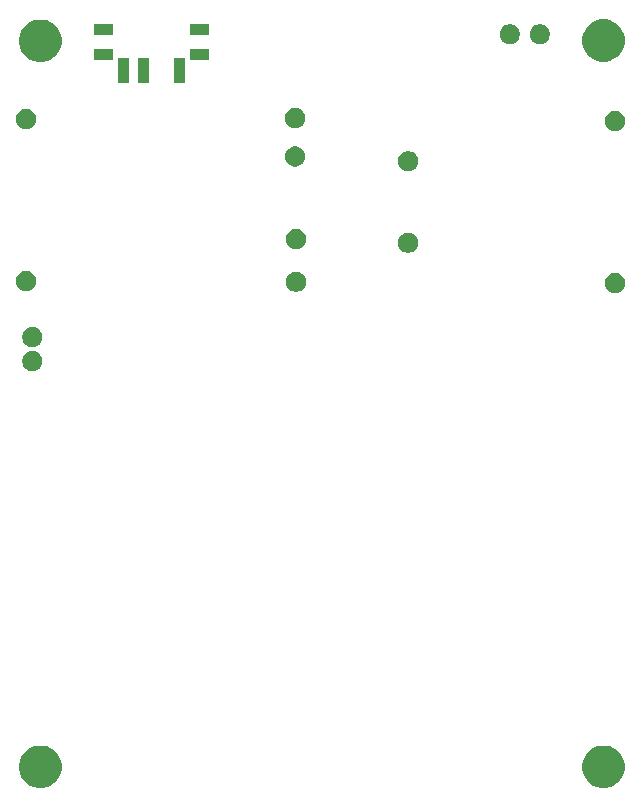
<source format=gbr>
G04 #@! TF.GenerationSoftware,KiCad,Pcbnew,5.0.2+dfsg1-1~bpo9+1*
G04 #@! TF.CreationDate,2019-07-11T09:36:16+01:00*
G04 #@! TF.ProjectId,arduboy_with_flashcart_port_smd_back,61726475-626f-4795-9f77-6974685f666c,rev?*
G04 #@! TF.SameCoordinates,Original*
G04 #@! TF.FileFunction,Soldermask,Top*
G04 #@! TF.FilePolarity,Negative*
%FSLAX46Y46*%
G04 Gerber Fmt 4.6, Leading zero omitted, Abs format (unit mm)*
G04 Created by KiCad (PCBNEW 5.0.2+dfsg1-1~bpo9+1) date Thu 11 Jul 2019 09:36:16 BST*
%MOMM*%
%LPD*%
G01*
G04 APERTURE LIST*
%ADD10C,0.100000*%
G04 APERTURE END LIST*
D10*
G36*
X97540631Y-121966211D02*
X97868392Y-122101974D01*
X98163373Y-122299074D01*
X98414226Y-122549927D01*
X98611326Y-122844908D01*
X98747089Y-123172669D01*
X98816300Y-123520616D01*
X98816300Y-123875384D01*
X98747089Y-124223331D01*
X98611326Y-124551092D01*
X98414226Y-124846073D01*
X98163373Y-125096926D01*
X97868392Y-125294026D01*
X97540631Y-125429789D01*
X97192684Y-125499000D01*
X96837916Y-125499000D01*
X96489969Y-125429789D01*
X96162208Y-125294026D01*
X95867227Y-125096926D01*
X95616374Y-124846073D01*
X95419274Y-124551092D01*
X95283511Y-124223331D01*
X95214300Y-123875384D01*
X95214300Y-123520616D01*
X95283511Y-123172669D01*
X95419274Y-122844908D01*
X95616374Y-122549927D01*
X95867227Y-122299074D01*
X96162208Y-122101974D01*
X96489969Y-121966211D01*
X96837916Y-121897000D01*
X97192684Y-121897000D01*
X97540631Y-121966211D01*
X97540631Y-121966211D01*
G37*
G36*
X49864831Y-121966211D02*
X50192592Y-122101974D01*
X50487573Y-122299074D01*
X50738426Y-122549927D01*
X50935526Y-122844908D01*
X51071289Y-123172669D01*
X51140500Y-123520616D01*
X51140500Y-123875384D01*
X51071289Y-124223331D01*
X50935526Y-124551092D01*
X50738426Y-124846073D01*
X50487573Y-125096926D01*
X50192592Y-125294026D01*
X49864831Y-125429789D01*
X49516884Y-125499000D01*
X49162116Y-125499000D01*
X48814169Y-125429789D01*
X48486408Y-125294026D01*
X48191427Y-125096926D01*
X47940574Y-124846073D01*
X47743474Y-124551092D01*
X47607711Y-124223331D01*
X47538500Y-123875384D01*
X47538500Y-123520616D01*
X47607711Y-123172669D01*
X47743474Y-122844908D01*
X47940574Y-122549927D01*
X48191427Y-122299074D01*
X48486408Y-122101974D01*
X48814169Y-121966211D01*
X49162116Y-121897000D01*
X49516884Y-121897000D01*
X49864831Y-121966211D01*
X49864831Y-121966211D01*
G37*
G36*
X48914628Y-88526203D02*
X49069500Y-88590353D01*
X49208881Y-88683485D01*
X49327415Y-88802019D01*
X49420547Y-88941400D01*
X49484697Y-89096272D01*
X49517400Y-89260684D01*
X49517400Y-89428316D01*
X49484697Y-89592728D01*
X49420547Y-89747600D01*
X49327415Y-89886981D01*
X49208881Y-90005515D01*
X49069500Y-90098647D01*
X48914628Y-90162797D01*
X48750216Y-90195500D01*
X48582584Y-90195500D01*
X48418172Y-90162797D01*
X48263300Y-90098647D01*
X48123919Y-90005515D01*
X48005385Y-89886981D01*
X47912253Y-89747600D01*
X47848103Y-89592728D01*
X47815400Y-89428316D01*
X47815400Y-89260684D01*
X47848103Y-89096272D01*
X47912253Y-88941400D01*
X48005385Y-88802019D01*
X48123919Y-88683485D01*
X48263300Y-88590353D01*
X48418172Y-88526203D01*
X48582584Y-88493500D01*
X48750216Y-88493500D01*
X48914628Y-88526203D01*
X48914628Y-88526203D01*
G37*
G36*
X48914628Y-86494203D02*
X49069500Y-86558353D01*
X49208881Y-86651485D01*
X49327415Y-86770019D01*
X49420547Y-86909400D01*
X49484697Y-87064272D01*
X49517400Y-87228684D01*
X49517400Y-87396316D01*
X49484697Y-87560728D01*
X49420547Y-87715600D01*
X49327415Y-87854981D01*
X49208881Y-87973515D01*
X49069500Y-88066647D01*
X48914628Y-88130797D01*
X48750216Y-88163500D01*
X48582584Y-88163500D01*
X48418172Y-88130797D01*
X48263300Y-88066647D01*
X48123919Y-87973515D01*
X48005385Y-87854981D01*
X47912253Y-87715600D01*
X47848103Y-87560728D01*
X47815400Y-87396316D01*
X47815400Y-87228684D01*
X47848103Y-87064272D01*
X47912253Y-86909400D01*
X48005385Y-86770019D01*
X48123919Y-86651485D01*
X48263300Y-86558353D01*
X48418172Y-86494203D01*
X48582584Y-86461500D01*
X48750216Y-86461500D01*
X48914628Y-86494203D01*
X48914628Y-86494203D01*
G37*
G36*
X98241428Y-81909503D02*
X98396300Y-81973653D01*
X98535681Y-82066785D01*
X98654215Y-82185319D01*
X98747347Y-82324700D01*
X98811497Y-82479572D01*
X98844200Y-82643984D01*
X98844200Y-82811616D01*
X98811497Y-82976028D01*
X98747347Y-83130900D01*
X98654215Y-83270281D01*
X98535681Y-83388815D01*
X98396300Y-83481947D01*
X98241428Y-83546097D01*
X98077016Y-83578800D01*
X97909384Y-83578800D01*
X97744972Y-83546097D01*
X97590100Y-83481947D01*
X97450719Y-83388815D01*
X97332185Y-83270281D01*
X97239053Y-83130900D01*
X97174903Y-82976028D01*
X97142200Y-82811616D01*
X97142200Y-82643984D01*
X97174903Y-82479572D01*
X97239053Y-82324700D01*
X97332185Y-82185319D01*
X97450719Y-82066785D01*
X97590100Y-81973653D01*
X97744972Y-81909503D01*
X97909384Y-81876800D01*
X98077016Y-81876800D01*
X98241428Y-81909503D01*
X98241428Y-81909503D01*
G37*
G36*
X71228528Y-81807903D02*
X71383400Y-81872053D01*
X71522781Y-81965185D01*
X71641315Y-82083719D01*
X71734447Y-82223100D01*
X71798597Y-82377972D01*
X71831300Y-82542384D01*
X71831300Y-82710016D01*
X71798597Y-82874428D01*
X71734447Y-83029300D01*
X71641315Y-83168681D01*
X71522781Y-83287215D01*
X71383400Y-83380347D01*
X71228528Y-83444497D01*
X71064116Y-83477200D01*
X70896484Y-83477200D01*
X70732072Y-83444497D01*
X70577200Y-83380347D01*
X70437819Y-83287215D01*
X70319285Y-83168681D01*
X70226153Y-83029300D01*
X70162003Y-82874428D01*
X70129300Y-82710016D01*
X70129300Y-82542384D01*
X70162003Y-82377972D01*
X70226153Y-82223100D01*
X70319285Y-82083719D01*
X70437819Y-81965185D01*
X70577200Y-81872053D01*
X70732072Y-81807903D01*
X70896484Y-81775200D01*
X71064116Y-81775200D01*
X71228528Y-81807903D01*
X71228528Y-81807903D01*
G37*
G36*
X48368528Y-81744403D02*
X48523400Y-81808553D01*
X48662781Y-81901685D01*
X48781315Y-82020219D01*
X48874447Y-82159600D01*
X48938597Y-82314472D01*
X48971300Y-82478884D01*
X48971300Y-82646516D01*
X48938597Y-82810928D01*
X48874447Y-82965800D01*
X48781315Y-83105181D01*
X48662781Y-83223715D01*
X48523400Y-83316847D01*
X48368528Y-83380997D01*
X48204116Y-83413700D01*
X48036484Y-83413700D01*
X47872072Y-83380997D01*
X47717200Y-83316847D01*
X47577819Y-83223715D01*
X47459285Y-83105181D01*
X47366153Y-82965800D01*
X47302003Y-82810928D01*
X47269300Y-82646516D01*
X47269300Y-82478884D01*
X47302003Y-82314472D01*
X47366153Y-82159600D01*
X47459285Y-82020219D01*
X47577819Y-81901685D01*
X47717200Y-81808553D01*
X47872072Y-81744403D01*
X48036484Y-81711700D01*
X48204116Y-81711700D01*
X48368528Y-81744403D01*
X48368528Y-81744403D01*
G37*
G36*
X80728128Y-78505903D02*
X80883000Y-78570053D01*
X81022381Y-78663185D01*
X81140915Y-78781719D01*
X81234047Y-78921100D01*
X81298197Y-79075972D01*
X81330900Y-79240384D01*
X81330900Y-79408016D01*
X81298197Y-79572428D01*
X81234047Y-79727300D01*
X81140915Y-79866681D01*
X81022381Y-79985215D01*
X80883000Y-80078347D01*
X80728128Y-80142497D01*
X80563716Y-80175200D01*
X80396084Y-80175200D01*
X80231672Y-80142497D01*
X80076800Y-80078347D01*
X79937419Y-79985215D01*
X79818885Y-79866681D01*
X79725753Y-79727300D01*
X79661603Y-79572428D01*
X79628900Y-79408016D01*
X79628900Y-79240384D01*
X79661603Y-79075972D01*
X79725753Y-78921100D01*
X79818885Y-78781719D01*
X79937419Y-78663185D01*
X80076800Y-78570053D01*
X80231672Y-78505903D01*
X80396084Y-78473200D01*
X80563716Y-78473200D01*
X80728128Y-78505903D01*
X80728128Y-78505903D01*
G37*
G36*
X71228528Y-78188403D02*
X71383400Y-78252553D01*
X71522781Y-78345685D01*
X71641315Y-78464219D01*
X71734447Y-78603600D01*
X71798597Y-78758472D01*
X71831300Y-78922884D01*
X71831300Y-79090516D01*
X71798597Y-79254928D01*
X71734447Y-79409800D01*
X71641315Y-79549181D01*
X71522781Y-79667715D01*
X71383400Y-79760847D01*
X71228528Y-79824997D01*
X71064116Y-79857700D01*
X70896484Y-79857700D01*
X70732072Y-79824997D01*
X70577200Y-79760847D01*
X70437819Y-79667715D01*
X70319285Y-79549181D01*
X70226153Y-79409800D01*
X70162003Y-79254928D01*
X70129300Y-79090516D01*
X70129300Y-78922884D01*
X70162003Y-78758472D01*
X70226153Y-78603600D01*
X70319285Y-78464219D01*
X70437819Y-78345685D01*
X70577200Y-78252553D01*
X70732072Y-78188403D01*
X70896484Y-78155700D01*
X71064116Y-78155700D01*
X71228528Y-78188403D01*
X71228528Y-78188403D01*
G37*
G36*
X80728128Y-71597103D02*
X80883000Y-71661253D01*
X81022381Y-71754385D01*
X81140915Y-71872919D01*
X81234047Y-72012300D01*
X81298197Y-72167172D01*
X81330900Y-72331584D01*
X81330900Y-72499216D01*
X81298197Y-72663628D01*
X81234047Y-72818500D01*
X81140915Y-72957881D01*
X81022381Y-73076415D01*
X80883000Y-73169547D01*
X80728128Y-73233697D01*
X80563716Y-73266400D01*
X80396084Y-73266400D01*
X80231672Y-73233697D01*
X80076800Y-73169547D01*
X79937419Y-73076415D01*
X79818885Y-72957881D01*
X79725753Y-72818500D01*
X79661603Y-72663628D01*
X79628900Y-72499216D01*
X79628900Y-72331584D01*
X79661603Y-72167172D01*
X79725753Y-72012300D01*
X79818885Y-71872919D01*
X79937419Y-71754385D01*
X80076800Y-71661253D01*
X80231672Y-71597103D01*
X80396084Y-71564400D01*
X80563716Y-71564400D01*
X80728128Y-71597103D01*
X80728128Y-71597103D01*
G37*
G36*
X71165028Y-71203403D02*
X71319900Y-71267553D01*
X71459281Y-71360685D01*
X71577815Y-71479219D01*
X71670947Y-71618600D01*
X71735097Y-71773472D01*
X71767800Y-71937884D01*
X71767800Y-72105516D01*
X71735097Y-72269928D01*
X71670947Y-72424800D01*
X71577815Y-72564181D01*
X71459281Y-72682715D01*
X71319900Y-72775847D01*
X71165028Y-72839997D01*
X71000616Y-72872700D01*
X70832984Y-72872700D01*
X70668572Y-72839997D01*
X70513700Y-72775847D01*
X70374319Y-72682715D01*
X70255785Y-72564181D01*
X70162653Y-72424800D01*
X70098503Y-72269928D01*
X70065800Y-72105516D01*
X70065800Y-71937884D01*
X70098503Y-71773472D01*
X70162653Y-71618600D01*
X70255785Y-71479219D01*
X70374319Y-71360685D01*
X70513700Y-71267553D01*
X70668572Y-71203403D01*
X70832984Y-71170700D01*
X71000616Y-71170700D01*
X71165028Y-71203403D01*
X71165028Y-71203403D01*
G37*
G36*
X98241428Y-68193503D02*
X98396300Y-68257653D01*
X98535681Y-68350785D01*
X98654215Y-68469319D01*
X98747347Y-68608700D01*
X98811497Y-68763572D01*
X98844200Y-68927984D01*
X98844200Y-69095616D01*
X98811497Y-69260028D01*
X98747347Y-69414900D01*
X98654215Y-69554281D01*
X98535681Y-69672815D01*
X98396300Y-69765947D01*
X98241428Y-69830097D01*
X98077016Y-69862800D01*
X97909384Y-69862800D01*
X97744972Y-69830097D01*
X97590100Y-69765947D01*
X97450719Y-69672815D01*
X97332185Y-69554281D01*
X97239053Y-69414900D01*
X97174903Y-69260028D01*
X97142200Y-69095616D01*
X97142200Y-68927984D01*
X97174903Y-68763572D01*
X97239053Y-68608700D01*
X97332185Y-68469319D01*
X97450719Y-68350785D01*
X97590100Y-68257653D01*
X97744972Y-68193503D01*
X97909384Y-68160800D01*
X98077016Y-68160800D01*
X98241428Y-68193503D01*
X98241428Y-68193503D01*
G37*
G36*
X48381228Y-68028403D02*
X48536100Y-68092553D01*
X48675481Y-68185685D01*
X48794015Y-68304219D01*
X48887147Y-68443600D01*
X48951297Y-68598472D01*
X48984000Y-68762884D01*
X48984000Y-68930516D01*
X48951297Y-69094928D01*
X48887147Y-69249800D01*
X48794015Y-69389181D01*
X48675481Y-69507715D01*
X48536100Y-69600847D01*
X48381228Y-69664997D01*
X48216816Y-69697700D01*
X48049184Y-69697700D01*
X47884772Y-69664997D01*
X47729900Y-69600847D01*
X47590519Y-69507715D01*
X47471985Y-69389181D01*
X47378853Y-69249800D01*
X47314703Y-69094928D01*
X47282000Y-68930516D01*
X47282000Y-68762884D01*
X47314703Y-68598472D01*
X47378853Y-68443600D01*
X47471985Y-68304219D01*
X47590519Y-68185685D01*
X47729900Y-68092553D01*
X47884772Y-68028403D01*
X48049184Y-67995700D01*
X48216816Y-67995700D01*
X48381228Y-68028403D01*
X48381228Y-68028403D01*
G37*
G36*
X71165028Y-67952203D02*
X71319900Y-68016353D01*
X71459281Y-68109485D01*
X71577815Y-68228019D01*
X71670947Y-68367400D01*
X71735097Y-68522272D01*
X71767800Y-68686684D01*
X71767800Y-68854316D01*
X71735097Y-69018728D01*
X71670947Y-69173600D01*
X71577815Y-69312981D01*
X71459281Y-69431515D01*
X71319900Y-69524647D01*
X71165028Y-69588797D01*
X71000616Y-69621500D01*
X70832984Y-69621500D01*
X70668572Y-69588797D01*
X70513700Y-69524647D01*
X70374319Y-69431515D01*
X70255785Y-69312981D01*
X70162653Y-69173600D01*
X70098503Y-69018728D01*
X70065800Y-68854316D01*
X70065800Y-68686684D01*
X70098503Y-68522272D01*
X70162653Y-68367400D01*
X70255785Y-68228019D01*
X70374319Y-68109485D01*
X70513700Y-68016353D01*
X70668572Y-67952203D01*
X70832984Y-67919500D01*
X71000616Y-67919500D01*
X71165028Y-67952203D01*
X71165028Y-67952203D01*
G37*
G36*
X58540800Y-65757500D02*
X57638800Y-65757500D01*
X57638800Y-63655500D01*
X58540800Y-63655500D01*
X58540800Y-65757500D01*
X58540800Y-65757500D01*
G37*
G36*
X56839000Y-65757500D02*
X55937000Y-65757500D01*
X55937000Y-63655500D01*
X56839000Y-63655500D01*
X56839000Y-65757500D01*
X56839000Y-65757500D01*
G37*
G36*
X61550700Y-65757500D02*
X60648700Y-65757500D01*
X60648700Y-63655500D01*
X61550700Y-63655500D01*
X61550700Y-65757500D01*
X61550700Y-65757500D01*
G37*
G36*
X49864831Y-60498211D02*
X50192592Y-60633974D01*
X50487573Y-60831074D01*
X50738426Y-61081927D01*
X50935526Y-61376908D01*
X51071289Y-61704669D01*
X51140500Y-62052616D01*
X51140500Y-62407384D01*
X51071289Y-62755331D01*
X50935526Y-63083092D01*
X50738426Y-63378073D01*
X50487573Y-63628926D01*
X50192592Y-63826026D01*
X49864831Y-63961789D01*
X49516884Y-64031000D01*
X49162116Y-64031000D01*
X48814169Y-63961789D01*
X48486408Y-63826026D01*
X48191427Y-63628926D01*
X47940574Y-63378073D01*
X47743474Y-63083092D01*
X47607711Y-62755331D01*
X47538500Y-62407384D01*
X47538500Y-62052616D01*
X47607711Y-61704669D01*
X47743474Y-61376908D01*
X47940574Y-61081927D01*
X48191427Y-60831074D01*
X48486408Y-60633974D01*
X48814169Y-60498211D01*
X49162116Y-60429000D01*
X49516884Y-60429000D01*
X49864831Y-60498211D01*
X49864831Y-60498211D01*
G37*
G36*
X97540631Y-60472811D02*
X97868392Y-60608574D01*
X98163373Y-60805674D01*
X98414226Y-61056527D01*
X98611326Y-61351508D01*
X98747089Y-61679269D01*
X98816300Y-62027216D01*
X98816300Y-62381984D01*
X98747089Y-62729931D01*
X98611326Y-63057692D01*
X98414226Y-63352673D01*
X98163373Y-63603526D01*
X97868392Y-63800626D01*
X97540631Y-63936389D01*
X97192684Y-64005600D01*
X96837916Y-64005600D01*
X96489969Y-63936389D01*
X96162208Y-63800626D01*
X95867227Y-63603526D01*
X95616374Y-63352673D01*
X95419274Y-63057692D01*
X95283511Y-62729931D01*
X95214300Y-62381984D01*
X95214300Y-62027216D01*
X95283511Y-61679269D01*
X95419274Y-61351508D01*
X95616374Y-61056527D01*
X95867227Y-60805674D01*
X96162208Y-60608574D01*
X96489969Y-60472811D01*
X96837916Y-60403600D01*
X97192684Y-60403600D01*
X97540631Y-60472811D01*
X97540631Y-60472811D01*
G37*
G36*
X63627900Y-63836700D02*
X62025900Y-63836700D01*
X62025900Y-62934700D01*
X63627900Y-62934700D01*
X63627900Y-63836700D01*
X63627900Y-63836700D01*
G37*
G36*
X55461800Y-63824000D02*
X53859800Y-63824000D01*
X53859800Y-62922000D01*
X55461800Y-62922000D01*
X55461800Y-63824000D01*
X55461800Y-63824000D01*
G37*
G36*
X89338728Y-60852903D02*
X89493600Y-60917053D01*
X89632981Y-61010185D01*
X89751515Y-61128719D01*
X89844647Y-61268100D01*
X89908797Y-61422972D01*
X89941500Y-61587384D01*
X89941500Y-61755016D01*
X89908797Y-61919428D01*
X89844647Y-62074300D01*
X89751515Y-62213681D01*
X89632981Y-62332215D01*
X89493600Y-62425347D01*
X89338728Y-62489497D01*
X89174316Y-62522200D01*
X89006684Y-62522200D01*
X88842272Y-62489497D01*
X88687400Y-62425347D01*
X88548019Y-62332215D01*
X88429485Y-62213681D01*
X88336353Y-62074300D01*
X88272203Y-61919428D01*
X88239500Y-61755016D01*
X88239500Y-61587384D01*
X88272203Y-61422972D01*
X88336353Y-61268100D01*
X88429485Y-61128719D01*
X88548019Y-61010185D01*
X88687400Y-60917053D01*
X88842272Y-60852903D01*
X89006684Y-60820200D01*
X89174316Y-60820200D01*
X89338728Y-60852903D01*
X89338728Y-60852903D01*
G37*
G36*
X91878728Y-60852903D02*
X92033600Y-60917053D01*
X92172981Y-61010185D01*
X92291515Y-61128719D01*
X92384647Y-61268100D01*
X92448797Y-61422972D01*
X92481500Y-61587384D01*
X92481500Y-61755016D01*
X92448797Y-61919428D01*
X92384647Y-62074300D01*
X92291515Y-62213681D01*
X92172981Y-62332215D01*
X92033600Y-62425347D01*
X91878728Y-62489497D01*
X91714316Y-62522200D01*
X91546684Y-62522200D01*
X91382272Y-62489497D01*
X91227400Y-62425347D01*
X91088019Y-62332215D01*
X90969485Y-62213681D01*
X90876353Y-62074300D01*
X90812203Y-61919428D01*
X90779500Y-61755016D01*
X90779500Y-61587384D01*
X90812203Y-61422972D01*
X90876353Y-61268100D01*
X90969485Y-61128719D01*
X91088019Y-61010185D01*
X91227400Y-60917053D01*
X91382272Y-60852903D01*
X91546684Y-60820200D01*
X91714316Y-60820200D01*
X91878728Y-60852903D01*
X91878728Y-60852903D01*
G37*
G36*
X55474500Y-61715800D02*
X53872500Y-61715800D01*
X53872500Y-60813800D01*
X55474500Y-60813800D01*
X55474500Y-61715800D01*
X55474500Y-61715800D01*
G37*
G36*
X63627900Y-61715800D02*
X62025900Y-61715800D01*
X62025900Y-60813800D01*
X63627900Y-60813800D01*
X63627900Y-61715800D01*
X63627900Y-61715800D01*
G37*
M02*

</source>
